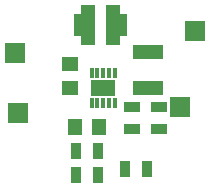
<source format=gbr>
G04 #@! TF.FileFunction,Paste,Top*
%FSLAX46Y46*%
G04 Gerber Fmt 4.6, Leading zero omitted, Abs format (unit mm)*
G04 Created by KiCad (PCBNEW 0.201508060901+6055~28~ubuntu14.04.1-product) date Wed 12 Aug 2015 10:53:55 PM EDT*
%MOMM*%
G01*
G04 APERTURE LIST*
%ADD10C,0.100000*%
%ADD11R,1.402400X1.152400*%
%ADD12R,2.652400X1.152400*%
%ADD13R,1.152400X1.402400*%
%ADD14R,1.653540X1.653540*%
%ADD15R,1.452400X0.852400*%
%ADD16R,0.852400X1.452400*%
%ADD17O,0.382400X0.952400*%
%ADD18R,2.152400X1.352400*%
%ADD19R,1.302400X3.452400*%
%ADD20R,0.652400X1.952400*%
G04 APERTURE END LIST*
D10*
D11*
X166370000Y-112538000D03*
X166370000Y-114538000D03*
D12*
X172966000Y-111535000D03*
X172966000Y-114535000D03*
D13*
X168759000Y-117861000D03*
X166759000Y-117861000D03*
D14*
X161663000Y-111638000D03*
X161917000Y-116718000D03*
X175641000Y-116205000D03*
X176903000Y-109733000D03*
D15*
X173863000Y-118044000D03*
X173863000Y-116144000D03*
X171577000Y-116144000D03*
X171577000Y-118044000D03*
D16*
X171000000Y-121417000D03*
X172900000Y-121417000D03*
X166809000Y-121925000D03*
X168709000Y-121925000D03*
X166809000Y-119893000D03*
X168709000Y-119893000D03*
D17*
X170164000Y-113279000D03*
X169664000Y-113279000D03*
X169164000Y-113279000D03*
X168664000Y-113279000D03*
X168164000Y-113279000D03*
X168164000Y-115829000D03*
X168664000Y-115829000D03*
X169164000Y-115829000D03*
X169664000Y-115829000D03*
X170164000Y-115829000D03*
D18*
X169164000Y-114554000D03*
D19*
X167835000Y-109220000D03*
X169985000Y-109220000D03*
D20*
X167010000Y-109220000D03*
X170810000Y-109220000D03*
M02*

</source>
